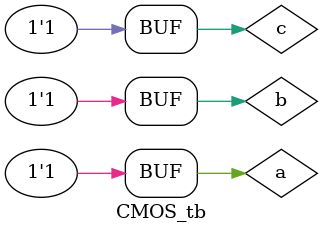
<source format=v>
module CMOS(
            input a,b,c,
            output y
            );
wire n1;
supply1 vdd;
supply0 gnd;

pmos p1(y,vdd,a);
pmos p2(y,vdd,b);
pmos p3(y,vdd,c);

nmos m1(y,n1,a);
nmos m2(n1,gnd,b);
nmos m3(y,gnd,c);

endmodule

module CMOS_tb();
    reg a,b,c;
    wire y;

    //instantiation
    CMOS C1(a,b,c,y);

    initial
    begin
    a=1;b=1;c=1;
    end

    initial
    $monitor("a=%b,b=%b,c=%b,y=%b,Time=%t",a,b,c,y,$time);
endmodule


</source>
